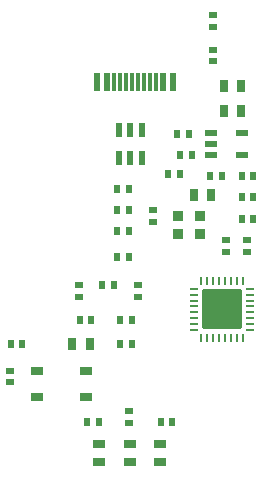
<source format=gtp>
G04*
G04 #@! TF.GenerationSoftware,Altium Limited,Altium Designer,21.7.2 (23)*
G04*
G04 Layer_Color=8421504*
%FSLAX25Y25*%
%MOIN*%
G70*
G04*
G04 #@! TF.SameCoordinates,D0A3D993-BCFD-4162-BC10-8A45587FADB4*
G04*
G04*
G04 #@! TF.FilePolarity,Positive*
G04*
G01*
G75*
%ADD14R,0.02756X0.02362*%
%ADD15R,0.02362X0.02756*%
%ADD16R,0.03150X0.03937*%
%ADD17R,0.03937X0.03150*%
G04:AMPARAMS|DCode=18|XSize=9.84mil|YSize=27.56mil|CornerRadius=0.49mil|HoleSize=0mil|Usage=FLASHONLY|Rotation=90.000|XOffset=0mil|YOffset=0mil|HoleType=Round|Shape=RoundedRectangle|*
%AMROUNDEDRECTD18*
21,1,0.00984,0.02657,0,0,90.0*
21,1,0.00886,0.02756,0,0,90.0*
1,1,0.00098,0.01329,0.00443*
1,1,0.00098,0.01329,-0.00443*
1,1,0.00098,-0.01329,-0.00443*
1,1,0.00098,-0.01329,0.00443*
%
%ADD18ROUNDEDRECTD18*%
G04:AMPARAMS|DCode=19|XSize=9.84mil|YSize=27.56mil|CornerRadius=0.49mil|HoleSize=0mil|Usage=FLASHONLY|Rotation=180.000|XOffset=0mil|YOffset=0mil|HoleType=Round|Shape=RoundedRectangle|*
%AMROUNDEDRECTD19*
21,1,0.00984,0.02657,0,0,180.0*
21,1,0.00886,0.02756,0,0,180.0*
1,1,0.00098,-0.00443,0.01329*
1,1,0.00098,0.00443,0.01329*
1,1,0.00098,0.00443,-0.01329*
1,1,0.00098,-0.00443,-0.01329*
%
%ADD19ROUNDEDRECTD19*%
G04:AMPARAMS|DCode=20|XSize=135.83mil|YSize=135.83mil|CornerRadius=6.79mil|HoleSize=0mil|Usage=FLASHONLY|Rotation=180.000|XOffset=0mil|YOffset=0mil|HoleType=Round|Shape=RoundedRectangle|*
%AMROUNDEDRECTD20*
21,1,0.13583,0.12224,0,0,180.0*
21,1,0.12224,0.13583,0,0,180.0*
1,1,0.01358,-0.06112,0.06112*
1,1,0.01358,0.06112,0.06112*
1,1,0.01358,0.06112,-0.06112*
1,1,0.01358,-0.06112,-0.06112*
%
%ADD20ROUNDEDRECTD20*%
%ADD21R,0.02362X0.05906*%
%ADD22R,0.01181X0.05906*%
G04:AMPARAMS|DCode=23|XSize=35.43mil|YSize=31.5mil|CornerRadius=1.58mil|HoleSize=0mil|Usage=FLASHONLY|Rotation=180.000|XOffset=0mil|YOffset=0mil|HoleType=Round|Shape=RoundedRectangle|*
%AMROUNDEDRECTD23*
21,1,0.03543,0.02835,0,0,180.0*
21,1,0.03228,0.03150,0,0,180.0*
1,1,0.00315,-0.01614,0.01417*
1,1,0.00315,0.01614,0.01417*
1,1,0.00315,0.01614,-0.01417*
1,1,0.00315,-0.01614,-0.01417*
%
%ADD23ROUNDEDRECTD23*%
%ADD24R,0.02362X0.04724*%
%ADD25R,0.04134X0.02559*%
%ADD26R,0.04134X0.02362*%
D14*
X52500Y90469D02*
D03*
Y86532D02*
D03*
X77000Y76531D02*
D03*
Y80468D02*
D03*
X84000Y76531D02*
D03*
Y80468D02*
D03*
X28000Y61532D02*
D03*
Y65469D02*
D03*
X47500Y61532D02*
D03*
Y65469D02*
D03*
X5000Y33031D02*
D03*
Y36968D02*
D03*
X72500Y143968D02*
D03*
Y140032D02*
D03*
Y151532D02*
D03*
Y155468D02*
D03*
X44500Y23469D02*
D03*
Y19532D02*
D03*
D15*
X75468Y102000D02*
D03*
X71531D02*
D03*
X8969Y46000D02*
D03*
X5032D02*
D03*
X55032Y20000D02*
D03*
X58969D02*
D03*
X41532Y54000D02*
D03*
X45469D02*
D03*
X28032D02*
D03*
X31969D02*
D03*
X41532Y46000D02*
D03*
X45469D02*
D03*
X82032Y87500D02*
D03*
X85969D02*
D03*
X82032Y102000D02*
D03*
X85969D02*
D03*
X82032Y94750D02*
D03*
X85969D02*
D03*
X35531Y65500D02*
D03*
X39469D02*
D03*
X40532Y97500D02*
D03*
X44469D02*
D03*
X40532Y90500D02*
D03*
X44469D02*
D03*
X64468Y116000D02*
D03*
X60532D02*
D03*
X44469Y83500D02*
D03*
X40532D02*
D03*
X61532Y109000D02*
D03*
X65469D02*
D03*
X61468Y102500D02*
D03*
X57531D02*
D03*
X40532Y75000D02*
D03*
X44469D02*
D03*
X30531Y20000D02*
D03*
X34468D02*
D03*
D16*
X25547Y46000D02*
D03*
X31453D02*
D03*
X81953Y132000D02*
D03*
X76047D02*
D03*
X81953Y123500D02*
D03*
X76047D02*
D03*
X66047Y95500D02*
D03*
X71953D02*
D03*
D17*
X45000Y6547D02*
D03*
Y12453D02*
D03*
X55000D02*
D03*
Y6547D02*
D03*
X34500Y12453D02*
D03*
Y6547D02*
D03*
D18*
X66102Y64280D02*
D03*
Y62311D02*
D03*
Y60343D02*
D03*
Y58374D02*
D03*
Y56406D02*
D03*
Y54437D02*
D03*
Y52469D02*
D03*
Y50500D02*
D03*
X85000D02*
D03*
Y52469D02*
D03*
Y54437D02*
D03*
Y56406D02*
D03*
Y58374D02*
D03*
Y60343D02*
D03*
Y62311D02*
D03*
Y64280D02*
D03*
D19*
X68661Y47941D02*
D03*
X70630D02*
D03*
X72598D02*
D03*
X74567D02*
D03*
X76535D02*
D03*
X78504D02*
D03*
X80472D02*
D03*
X82441D02*
D03*
Y66839D02*
D03*
X80472D02*
D03*
X78504D02*
D03*
X76535D02*
D03*
X74567D02*
D03*
X72598D02*
D03*
X70630D02*
D03*
X68661D02*
D03*
D20*
X75551Y57390D02*
D03*
D21*
X55949Y133280D02*
D03*
X59098D02*
D03*
X33902D02*
D03*
X37051D02*
D03*
D22*
X53390D02*
D03*
X51421D02*
D03*
X49453D02*
D03*
X39610D02*
D03*
X41579D02*
D03*
X43547D02*
D03*
X45516D02*
D03*
X47484D02*
D03*
D23*
X68142Y88354D02*
D03*
X60858D02*
D03*
X68142Y82646D02*
D03*
X60858D02*
D03*
D24*
X41260Y107972D02*
D03*
X45000D02*
D03*
X48740D02*
D03*
Y117028D02*
D03*
X45000D02*
D03*
X41260D02*
D03*
D25*
X30169Y28268D02*
D03*
X13831D02*
D03*
X30169Y36732D02*
D03*
X13831D02*
D03*
D26*
X71784Y116240D02*
D03*
Y112500D02*
D03*
Y108760D02*
D03*
X82217D02*
D03*
Y116240D02*
D03*
M02*

</source>
